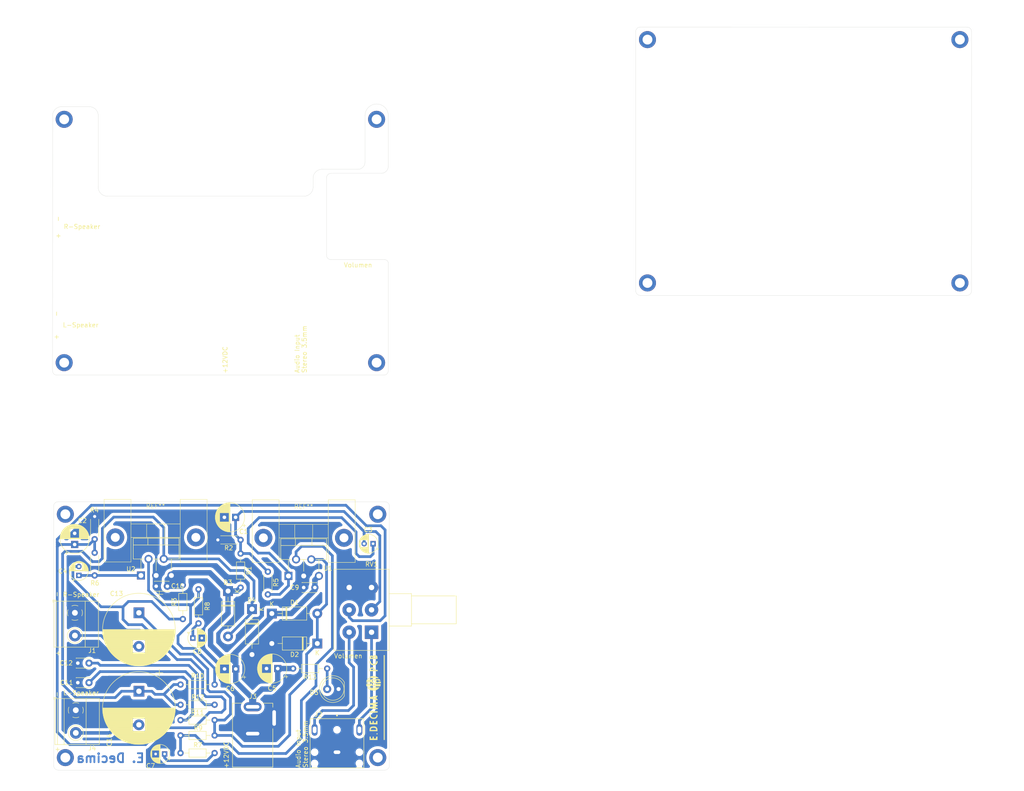
<source format=kicad_pcb>
(kicad_pcb (version 20240108) (generator "pcbnew") (generator_version "8.0")
  (title_block (title "AmplificadorTDA2030") (date "2024-11-20") (rev "V1.0") (company "Enrique Emanuel Decima"))
  (layers (0 "F.Cu" signal) (31 "B.Cu" signal) (34 "B.Paste" user) (35 "F.Paste" user) (36 "B.SilkS" user "B.Silkscreen") (37 "F.SilkS" user "F.Silkscreen") (38 "B.Mask" user) (39 "F.Mask" user) (44 "Edge.Cuts" user))
  (net 0 "")
  (net 1 "/R_Input")
  (net 2 "GND")
  (net 3 "/L_Input")
  (net 4 "Net-(U1-+)")
  (net 5 "Net-(U2-+)")
  (net 6 "/V+")
  (net 7 "Net-(C7-Pad1)")
  (net 8 "Net-(C8-Pad1)")
  (net 9 "Net-(C11-Pad2)")
  (net 10 "Net-(C12-Pad2)")
  (net 11 "/R_Output")
  (net 12 "Net-(D1-A)")
  (net 13 "Net-(D3-A)")
  (net 14 "/L_Output")
  (net 15 "Net-(U1--)")
  (net 16 "Net-(U2--)")
  (net 17 "Net-(J2-Pad3)")
  (net 18 "Net-(J2-Pad2)")
  (net 19 "Net-(D5-A)")
  (footprint "Diode_THT:D_DO-41_SOD81_P10.16mm_Horizontal" (layer "F.Cu") (at 81.4 144.68 -90)
    (property "Reference" "D3")
    (property "Value" "1N4001")
  )
  (footprint "Resistor_THT:R_Axial_DIN0204_L3.6mm_D1.6mm_P7.62mm_Horizontal" (layer "F.Cu") (at 78.4 170.1 180)
    (property "Reference" "R12")
    (property "Value" "1R")
  )
  (footprint "Diode_THT:D_DO-41_SOD81_P10.16mm_Horizontal" (layer "F.Cu") (at 86.75 148.72 -90)
    (property "Reference" "D4")
    (property "Value" "1N4001")
  )
  (footprint "Capacitor_THT:C_Disc_D3.0mm_W2.0mm_P2.50mm" (layer "F.Cu") (at 47.835 160.796666)
    (property "Reference" "C12")
    (property "Value" "220nF")
  )
  (footprint "Capacitor_THT:CP_Radial_D4.0mm_P2.00mm" (layer "F.Cu") (at 113.8026 134.1 180)
    (property "Reference" "C3")
    (property "Value" "1uF")
  )
  (footprint "Capacitor_THT:C_Disc_D3.0mm_W2.0mm_P2.50mm" (layer "F.Cu") (at 98.3 143.9)
    (property "Reference" "C9")
    (property "Value" "100nF")
  )
  (footprint "Capacitor_THT:CP_Radial_D6.3mm_P2.50mm" (layer "F.Cu") (at 83.12238 162.1 180)
    (property "Reference" "C6")
    (property "Value" "100uF")
  )
  (footprint "Capacitor_THT:CP_Radial_D16.0mm_P7.50mm" (layer "F.Cu") (at 61.49 149.55 -90)
    (property "Reference" "C13")
    (property "Value" "2200uF")
  )
  (footprint "Resistor_THT:R_Axial_DIN0204_L3.6mm_D1.6mm_P5.08mm_Horizontal" (layer "F.Cu") (at 51.6 128.01238 -90)
    (property "Reference" "R4")
    (property "Value" "100K")
  )
  (footprint "Resistor_THT:R_Axial_DIN0204_L3.6mm_D1.6mm_P5.08mm_Horizontal" (layer "F.Cu") (at 79.12 133.25)
    (property "Reference" "R2")
    (property "Value" "100K")
  )
  (footprint "" (layer "F.Cu") (at 44.79 93.63)
    (property "Reference" "")
    (property "Value" "")
  )
  (footprint "Potentiometer_THT:Potentiometer_Alps_RK163_Dual_Horizontal" (layer "F.Cu") (at 113.46 153.89 180)
    (property "Reference" "RV1")
    (property "Value" "A50K")
  )
  (footprint "" (layer "F.Cu") (at 175.106446 75.805)
    (property "Reference" "")
    (property "Value" "")
  )
  (footprint "DC-005 - Connector Alimentacion:NINIGI_DC-005" (layer "F.Cu") (at 86.9 173.06 90)
    (property "Reference" "J3")
    (property "Value" "DC-005")
  )
  (footprint "Resistor_THT:R_Axial_DIN0204_L3.6mm_D1.6mm_P5.08mm_Horizontal" (layer "F.Cu") (at 90.3 140.36 -90)
    (property "Reference" "R5")
    (property "Value" "100K")
  )
  (footprint "MountingHole:MountingHole_2.2mm_M2_DIN965_Pad" (layer "F.Cu") (at 114.85 181.92)
    (property "Reference" "REF**" (hide yes))
    (property "Value" "MountingHole_2.2mm_M2_DIN965_Pad")
  )
  (footprint "FootPrints-Symbols:Disipador3d" (layer "F.Cu") (at 98.3 130.79)
    (property "Reference" "REF**")
    (property "Value" "Disipador3d")
  )
  (footprint "Resistor_THT:R_Axial_DIN0204_L3.6mm_D1.6mm_P7.62mm_Horizontal" (layer "F.Cu") (at 103.55 162.01 180)
    (property "Reference" "R13")
    (property "Value" "820R")
  )
  (footprint "Capacitor_THT:C_Disc_D3.0mm_W2.0mm_P2.50mm" (layer "F.Cu") (at 65.3405 143.61)
    (property "Reference" "C10")
    (property "Value" "100nF")
  )
  (footprint "TerminalBlock_Phoenix:TerminalBlock_Phoenix_MKDS-1,5-2-5.08_1x02_P5.08mm_Horizontal" (layer "F.Cu") (at 47.185 149.55 -90)
    (property "Reference" "J1")
    (property "Value" "R_Speaker")
  )
  (footprint "FootPrints-Symbols:Disipador3d" (layer "F.Cu") (at 65.21 130.69)
    (property "Reference" "REF**")
    (property "Value" "Disipador3d")
  )
  (footprint "Resistor_THT:R_Axial_DIN0204_L3.6mm_D1.6mm_P7.62mm_Horizontal" (layer "F.Cu") (at 70.78 165.59)
    (property "Reference" "R10")
    (property "Value" "150K")
  )
  (footprint "Capacitor_THT:CP_Radial_D6.3mm_P2.50mm" (layer "F.Cu") (at 83.08238 128.2 180)
    (property "Reference" "C1")
    (property "Value" "22uF")
  )
  (footprint "Resistor_THT:R_Axial_DIN0204_L3.6mm_D1.6mm_P7.62mm_Horizontal" (layer "F.Cu") (at 74.8 151.91 90)
    (property "Reference" "R8")
    (property "Value" "4K7")
  )
  (footprint "MountingHole:MountingHole_2.2mm_M2_DIN965_Pad" (layer "F.Cu") (at 114.59 39.23)
    (property "Reference" "REF**" (hide yes))
    (property "Value" "MountingHole_2.2mm_M2_DIN965_Pad")
  )
  (footprint "Resistor_THT:R_Axial_DIN0204_L3.6mm_D1.6mm_P7.62mm_Horizontal" (layer "F.Cu") (at 71.3 150.95 90)
    (property "Reference" "R3")
    (property "Value" "100K")
  )
  (footprint "Logo_Image:Logo1_Decima 30mm" (layer "F.Cu") (at 114.26 168.54 90)
    (property "Reference" "G***" (hide yes))
    (property "Value" "LOGO" (hide yes))
  )
  (footprint "MountingHole:MountingHole_2.2mm_M2_DIN965_Pad" (layer "F.Cu") (at 45.05 127.52)
    (property "Reference" "REF**" (hide yes))
    (property "Value" "MountingHole_2.2mm_M2_DIN965_Pad")
  )
  (footprint "MountingHole:MountingHole_2.2mm_M2_DIN965_Pad" (layer "F.Cu") (at 244.906446 75.805)
    (property "Reference" "REF**" (hide yes))
    (property "Value" "MountingHole_2.2mm_M2_DIN965_Pad")
  )
  (footprint "" (layer "F.Cu") (at 45.05 181.92)
    (property "Reference" "")
    (property "Value" "")
  )
  (footprint "MountingHole:MountingHole_2.2mm_M2_DIN965_Pad" (layer "F.Cu") (at 44.79 39.23)
    (property "Reference" "REF**" (hide yes))
    (property "Value" "MountingHole_2.2mm_M2_DIN965_Pad")
  )
  (footprint "Resistor_THT:R_Axial_DIN0204_L3.6mm_D1.6mm_P7.62mm_Horizontal" (layer "F.Cu") (at 70.78 173.533333)
    (property "Reference" "R11")
    (property "Value" "1R")
  )
  (footprint "Resistor_THT:R_Axial_DIN0204_L3.6mm_D1.6mm_P7.62mm_Horizontal" (layer "F.Cu") (at 78.4 180.9 180)
    (property "Reference" "R7")
    (property "Value" "4K7")
  )
  (footprint "Capacitor_THT:CP_Radial_D6.3mm_P2.50mm" (layer "F.Cu") (at 92.5 162.01 180)
    (property "Reference" "C5")
    (property "Value" "100uF")
  )
  (footprint "MountingHole:MountingHole_2.2mm_M2_DIN965_Pad" (layer "F.Cu") (at 114.85 127.52)
    (property "Reference" "REF**" (hide yes))
    (property "Value" "MountingHole_2.2mm_M2_DIN965_Pad")
  )
  (footprint "Package_TO_SOT_THT:TO-220-5_P3.4x3.7mm_StaggerOdd_Lead3.8mm_Vertical" (layer "F.Cu") (at 94.9 141.31)
    (property "Reference" "U1")
    (property "Value" "TDA2030")
  )
  (footprint "Resistor_THT:R_Axial_DIN0204_L3.6mm_D1.6mm_P7.62mm_Horizontal" (layer "F.Cu") (at 78.4 176.966666 180)
    (property "Reference" "R9")
    (property "Value" "150K")
  )
  (footprint "Resistor_THT:R_Axial_DIN0204_L3.6mm_D1.6mm_P5.08mm_Horizontal" (layer "F.Cu") (at 51.6 136.12 -90)
    (property "Reference" "R6")
    (property "Value" "100K")
  )
  (footprint "TerminalBlock_Phoenix:TerminalBlock_Phoenix_MKDS-1,5-2-5.08_1x02_P5.08mm_Horizontal" (layer "F.Cu") (at 47.385 171.32 -90)
    (property "Reference" "J4")
    (property "Value" "L_Speaker")
  )
  (footprint "Capacitor_THT:CP_Radial_D16.0mm_P7.50mm" (layer "F.Cu") (at 61.49 167.087246 -90)
    (property "Reference" "C14")
    (property "Value" "2200uF")
  )
  (footprint "Resistor_THT:R_Axial_DIN0204_L3.6mm_D1.6mm_P7.62mm_Horizontal" (layer "F.Cu") (at 84.2 136.3 -90)
    (property "Reference" "R1")
    (property "Value" "100K")
  )
  (footprint "MountingHole:MountingHole_2.2mm_M2_DIN965_Pad" (layer "F.Cu") (at 114.59 93.63)
    (property "Reference" "REF**" (hide yes))
    (property "Value" "MountingHole_2.2mm_M2_DIN965_Pad")
  )
  (footprint "Capacitor_THT:C_Disc_D3.0mm_W2.0mm_P2.50mm" (layer "F.Cu") (at 47.835 165.163332)
    (property "Reference" "C11")
    (property "Value" "220nF")
  )
  (footprint "MountingHole:MountingHole_2.2mm_M2_DIN965_Pad" (layer "F.Cu") (at 175.106446 21.405)
    (property "Reference" "REF**" (hide yes))
    (property "Value" "MountingHole_2.2mm_M2_DIN965_Pad")
  )
  (footprint "MountingHole:MountingHole_2.2mm_M2_DIN965_Pad" (layer "F.Cu") (at 244.906446 21.405)
    (property "Reference" "REF**" (hide yes))
    (property "Value" "MountingHole_2.2mm_M2_DIN965_Pad")
  )
  (footprint "LED_THT:LED_D5.0mm" (layer "F.Cu") (at 106.09 166.6 180)
    (property "Reference" "D5")
    (property "Value" "LED")
  )
  (footprint "Capacitor_THT:CP_Radial_D4.0mm_P2.00mm" (layer "F.Cu") (at 48.075 141.1976 90)
    (property "Reference" "C4")
    (property "Value" "1uF")
  )
  (footprint "Capacitor_THT:CP_Radial_D4.0mm_P2.00mm" (layer "F.Cu") (at 67.2226 181.11 180)
    (property "Reference" "C7")
    (property "Value" "2uF")
  )
  (footprint "Capacitor_THT:CP_Radial_D4.0mm_P2.00mm" (layer "F.Cu") (at 73.54 155.2)
    (property "Reference" "C8")
    (property "Value" "2uF")
  )
  (footprint "Diode_THT:D_DO-41_SOD81_P10.16mm_Horizontal" (layer "F.Cu") (at 91.18 149.71)
    (property "Reference" "D1")
    (property "Value" "1N4001")
  )
  (footprint "Diode_THT:D_DO-41_SOD81_P10.16mm_Horizontal" (layer "F.Cu") (at 101.34 156.41 180)
    (property "Reference" "D2")
    (property "Value" "1N4001")
  )
  (footprint "Package_TO_SOT_THT:TO-220-5_P3.4x3.7mm_StaggerOdd_Lead3.8mm_Vertical" (layer "F.Cu") (at 61.9405 141.2)
    (property "Reference" "U2")
    (property "Value" "TDA2030")
  )
  (footprint "Capacitor_THT:CP_Radial_D6.3mm_P2.50mm" (layer "F.Cu") (at 47.13 134.28 90)
    (property "Reference" "C2")
    (property "Value" "22uF")
  )
  (footprint "SJ1-3523N:CUI_SJ1-3523N" (layer "F.Cu") (at 105.74 180.71)
    (property "Reference" "J2")
    (property "Value" "SJ1-3523N")
  )
  (gr_poly (pts (xy 69.4 140.4) (xy 67.9 142.1) (xy 67.9 143.4) (xy 71.3 143.4) (xy 71.3 140.9)) (stroke (width 0.2)) (fill solid) (layer "B.Cu") (net 6))
  (gr_poly (pts (xy 75.78 152.85) (xy 75.92 152.69) (xy 76.02 152.53) (xy 76.06 152.42) (xy 76.11 152.27) (xy 76.14 152.13) (xy 76.57 152.33) (xy 76.69 152.56) (xy 76.6 152.66) (xy 76.51 152.75) (xy 76.45 152.82) (xy 76.4 152.9) (xy 76.33 153.08) (xy 76.27 153.25) (xy 75.95 153.14)) (stroke (width 0.01)) (fill solid) (layer "B.Cu") (net 2))
  (gr_line (start 112.00005 48.8) (end 112 38.4) (stroke (width 0.05)) (layer "Edge.Cuts"))
  (gr_arc (start 43.18 96.419999) (mid 42.467148 96.132861) (end 42.18003 95.420001) (stroke (width 0.05)) (layer "Edge.Cuts"))
  (gr_line (start 117.2 38.4) (end 117.2 49.707107) (stroke (width 0.05)) (layer "Edge.Cuts"))
  (gr_line (start 115.6 51.307107) (end 104.4 51.307107) (stroke (width 0.05)) (layer "Edge.Cuts"))
  (gr_arc (start 43.44 184.71) (mid 42.732893 184.417107) (end 42.44 183.71) (stroke (width 0.05)) (layer "Edge.Cuts"))
  (gr_line (start 52.4 38.4) (end 52.4 54.4) (stroke (width 0.05)) (layer "Edge.Cuts"))
  (gr_line (start 42.18 95.42) (end 42.2 38.4) (stroke (width 0.05)) (layer "Edge.Cuts"))
  (gr_line (start 116.44 184.71) (end 43.44 184.71) (stroke (width 0.05)) (layer "Edge.Cuts"))
  (gr_arc (start 42.437107 125.71) (mid 42.730001 125.002896) (end 43.437107 124.71) (stroke (width 0.05)) (layer "Edge.Cuts"))
  (gr_line (start 172.496446 77.595) (end 172.493553 19.595) (stroke (width 0.05)) (layer "Edge.Cuts"))
  (gr_line (start 103.4 52.307107) (end 103.400001 69.6) (stroke (width 0.05)) (layer "Edge.Cuts"))
  (gr_arc (start 246.506446 18.605) (mid 247.213553 18.897893) (end 247.506446 19.605) (stroke (width 0.05)) (layer "Edge.Cuts"))
  (gr_line (start 247.506446 19.605) (end 247.496446 77.595) (stroke (width 0.05)) (layer "Edge.Cuts"))
  (gr_arc (start 173.496446 78.595) (mid 172.789339 78.302107) (end 172.496446 77.595) (stroke (width 0.05)) (layer "Edge.Cuts"))
  (gr_line (start 173.493553 18.595) (end 246.506446 18.605) (stroke (width 0.05)) (layer "Edge.Cuts"))
  (gr_arc (start 50.4 36.4) (mid 51.814214 36.985786) (end 52.4 38.4) (stroke (width 0.05)) (layer "Edge.Cuts"))
  (gr_line (start 100.4 54.4) (end 100.4 52.4) (stroke (width 0.05)) (layer "Edge.Cuts"))
  (gr_arc (start 103.4 52.307107) (mid 103.692893 51.6) (end 104.4 51.307107) (stroke (width 0.05)) (layer "Edge.Cuts"))
  (gr_line (start 117.176115 71.205971) (end 117.179999 95.42) (stroke (width 0.05)) (layer "Edge.Cuts"))
  (gr_arc (start 117.44 183.71) (mid 117.147107 184.417107) (end 116.44 184.71) (stroke (width 0.05)) (layer "Edge.Cuts"))
  (gr_arc (start 100.4 52.4) (mid 100.985786 50.985786) (end 102.4 50.4) (stroke (width 0.05)) (layer "Edge.Cuts"))
  (gr_line (start 102.4 50.4) (end 110.4 50.4) (stroke (width 0.05)) (layer "Edge.Cuts"))
  (gr_arc (start 117.179999 95.42) (mid 116.893144 96.13338) (end 116.179985 96.420782) (stroke (width 0.05)) (layer "Edge.Cuts"))
  (gr_arc (start 42.2 38.4) (mid 42.785786 36.985786) (end 44.2 36.4) (stroke (width 0.05)) (layer "Edge.Cuts"))
  (gr_line (start 54.4 56.4) (end 98.4 56.4) (stroke (width 0.05)) (layer "Edge.Cuts"))
  (gr_arc (start 112 38.4) (mid 114.6 35.8) (end 117.2 38.4) (stroke (width 0.05)) (layer "Edge.Cuts"))
  (gr_line (start 246.496446 78.595) (end 173.496446 78.595) (stroke (width 0.05)) (layer "Edge.Cuts"))
  (gr_arc (start 172.493553 19.595) (mid 172.786448 18.887895) (end 173.493553 18.595) (stroke (width 0.05)) (layer "Edge.Cuts"))
  (gr_arc (start 112 48.8) (mid 111.531371 49.931371) (end 110.4 50.4) (stroke (width 0.05)) (layer "Edge.Cuts"))
  (gr_arc (start 116.45 124.72) (mid 117.157107 125.012893) (end 117.45 125.72) (stroke (width 0.05)) (layer "Edge.Cuts"))
  (gr_arc (start 116.4 70.599999) (mid 116.89233 70.769435) (end 117.176115 71.205971) (stroke (width 0.05)) (layer "Edge.Cuts"))
  (gr_line (start 42.44 183.71) (end 42.437107 125.71) (stroke (width 0.05)) (layer "Edge.Cuts"))
  (gr_line (start 104.4 70.599999) (end 116.4 70.599999) (stroke (width 0.05)) (layer "Edge.Cuts"))
  (gr_line (start 117.45 125.72) (end 117.44 183.71) (stroke (width 0.05)) (layer "Edge.Cuts"))
  (gr_arc (start 104.4 70.599999) (mid 103.692894 70.307106) (end 103.400001 69.6) (stroke (width 0.05)) (layer "Edge.Cuts"))
  (gr_arc (start 100.4 54.4) (mid 99.814214 55.814214) (end 98.4 56.4) (stroke (width 0.05)) (layer "Edge.Cuts"))
  (gr_line (start 116.18 96.42) (end 43.18 96.42) (stroke (width 0.05)) (layer "Edge.Cuts"))
  (gr_line (start 44.2 36.4) (end 50.4 36.4) (stroke (width 0.05)) (layer "Edge.Cuts"))
  (gr_line (start 43.437107 124.71) (end 116.45 124.72) (stroke (width 0.05)) (layer "Edge.Cuts"))
  (gr_arc (start 247.496446 77.595) (mid 247.203553 78.302107) (end 246.496446 78.595) (stroke (width 0.05)) (layer "Edge.Cuts"))
  (gr_arc (start 117.2 49.707107) (mid 116.731371 50.838478) (end 115.6 51.307107) (stroke (width 0.05)) (layer "Edge.Cuts"))
  (gr_arc (start 54.4 56.4) (mid 52.985786 55.814214) (end 52.4 54.4) (stroke (width 0.05)) (layer "Edge.Cuts"))
  (gr_text "E. Decima" (at 62.94 183.21 0) (layer "B.Cu") (effects (font (size 2 2) (thickness 0.4) (bold yes)) (justify left bottom mirror)))
  (gr_text "Audio Input\nStereo 3.5mm" (at 99.3 184.3 90) (layer "F.SilkS") (effects (font (size 1 1)) (justify left bottom)))
  (gr_text "+12VDC" (at 81.6 184.4 90) (layer "F.SilkS") (effects (font (size 1 1)) (justify left bottom)))
  (gr_text "Volumen" (at 107.2 72.4 0) (layer "F.SilkS") (effects (font (size 1 1)) (justify left bottom)))
  (gr_text "+" (at 42.74 159.11 0) (layer "F.SilkS") (effects (font (size 1 1)) (justify left bottom)))
  (gr_text "L-Speaker" (at 44.4 85.8 0) (layer "F.SilkS") (effects (font (size 1 1)) (justify left bottom)))
  (gr_text "Volumen" (at 105.01 159.79 0) (layer "F.SilkS") (effects (font (size 1 1)) (justify left bottom)))
  (gr_text "+" (at 42.4 88.4 0) (layer "F.SilkS") (effects (font (size 1 1)) (justify left bottom)))
  (gr_text "-" (at 43.6 83.4 90) (layer "F.SilkS") (effects (font (size 1 1)) (justify left bottom)))
  (gr_text "-" (at 43.74 146.11 90) (layer "F.SilkS") (effects (font (size 1 1)) (justify left bottom)))
  (gr_text "+12VDC" (at 81.34 96.11 90) (layer "F.SilkS") (effects (font (size 1 1)) (justify left bottom)))
  (gr_text "+" (at 42.8 65.8 0) (layer "F.SilkS") (effects (font (size 1 1)) (justify left bottom)))
  (gr_text "-" (at 43.74 168.48 90) (layer "F.SilkS") (effects (font (size 1 1)) (justify left bottom)))
  (gr_text "+" (at 42.6 180.6 0) (layer "F.SilkS") (effects (font (size 1 1)) (justify left bottom)))
  (gr_text "R-Speaker" (at 44.39 146.06 0) (layer "F.SilkS") (effects (font (size 1 1)) (justify left bottom)))
  (gr_text "-" (at 44 62.2 90) (layer "F.SilkS") (effects (font (size 1 1)) (justify left bottom)))
  (gr_text "Audio Input\nStereo 3.5mm" (at 99.04 96.01 90) (layer "F.SilkS") (effects (font (size 1 1)) (justify left bottom)))
  (gr_text "L-Speaker" (at 44.485238 168.04 0) (layer "F.SilkS") (effects (font (size 1 1)) (justify left bottom)))
  (gr_text "R-Speaker" (at 44.6 63.8 0) (layer "F.SilkS") (effects (font (size 1 1)) (justify left bottom)))
  (segment (start 84.38988 126.8925) (end 83.08238 128.2) (width 0.6) (layer "B.Cu") (net 1))
  (segment (start 84.2 136.3) (end 84.2 133.25) (width 0.6) (layer "B.Cu") (net 1))
  (segment (start 90.3 140.36) (end 86.24 136.3) (width 0.6) (layer "B.Cu") (net 1))
  (segment (start 114.41 131.39) (end 112.61 131.39) (width 0.6) (layer "B.Cu") (net 1))
  (segment (start 107.3125 126.8925) (end 84.38988 126.8925) (width 0.6) (layer "B.Cu") (net 1))
  (segment (start 115.31 147.04) (end 115.31 132.29) (width 0.6) (layer "B.Cu") (net 1))
  (segment (start 111.4826 131.0626) (end 111.06 130.64) (width 0.6) (layer "B.Cu") (net 1))
  (segment (start 111.81 131.79) (end 111.8026 131.7974) (width 0.6) (layer "B.Cu") (net 1))
  (segment (start 111.8026 131.7974) (end 111.8026 134.1) (width 0.6) (layer "B.Cu") (net 1))
  (segment (start 111.81 131.39) (end 111.81 131.79) (width 0.6) (layer "B.Cu") (net 1))
  (segment (start 83.08238 128.2) (end 83.08238 132.13238) (width 0.6) (layer "B.Cu") (net 1))
  (segment (start 111.06 130.64) (end 107.3125 126.8925) (width 0.6) (layer "B.Cu") (net 1))
  (segment (start 86.24 136.3) (end 84.2 136.3) (width 0.6) (layer "B.Cu") (net 1))
  (segment (start 83.1 128.21762) (end 83.08238 128.2) (width 0.6) (layer "B.Cu") (net 1))
  (segment (start 113.46 148.89) (end 115.31 147.04) (width 0.6) (layer "B.Cu") (net 1))
  (segment (start 111.06 130.64) (end 111.81 131.39) (width 0.6) (layer "B.Cu") (net 1))
  (segment (start 115.31 132.29) (end 114.41 131.39) (width 0.6) (layer "B.Cu") (net 1))
  (segment (start 111.81 131.39) (end 112.61 131.39) (width 0.6) (layer "B.Cu") (net 1))
  (segment (start 83.08238 132.13238) (end 84.2 133.25) (width 0.6) (layer "B.Cu") (net 1))
  (segment (start 71.4 171.8) (end 68.6 171.8) (width 0.5) (layer "B.Cu") (net 2))
  (segment (start 56.15 139.45) (end 50.775 139.45) (width 0.5) (layer "B.Cu") (net 2))
  (segment (start 73.025 144.55) (end 71.625 145.95) (width 0.5) (layer "B.Cu") (net 2))
  (segment (start 49 167.1) (end 51.6 167.1) (width 0.5) (layer "B.Cu") (net 2))
  (segment (start 74.1 142.525) (end 73.025 143.6) (width 0.5) (layer "B.Cu") (net 2))
  (segment (start 48.275 136.95) (end 45.605 136.95) (width 0.5) (layer "B.Cu") (net 2))
  (segment (start 77.4 143.975) (end 75.95 142.525) (width 0.5) (layer "B.Cu") (net 2))
  (segment (start 51.6 167.1) (end 54.8 163.9) (width 0.5) (layer "B.Cu") (net 2))
  (segment (start 75.95 142.525) (end 74.1 142.525) (width 0.5) (layer "B.Cu") (net 2))
  (segment (start 68.12 171.32) (end 47.385 171.32) (width 0.5) (layer "B.Cu") (net 2))
  (segment (start 72.25 170.95) (end 71.4 171.8) (width 0.5) (layer "B.Cu") (net 2))
  (segment (start 60.32 135.28) (end 56.15 139.45) (width 0.5) (layer "B.Cu") (net 2))
  (segment (start 75.54 153.36) (end 75.54 155.2) (width 0.2) (layer "B.Cu") (net 2))
  (segment (start 67.425 145.95) (end 65.3405 143.8655) (width 0.5) (layer "B.Cu") (net 2))
  (segment (start 54.8 163.9) (end 71.4 163.9) (width 0.5) (layer "B.Cu") (net 2))
  (segment (start 45.59 136.965) (end 45.59 147.955) (width 0.5) (layer "B.Cu") (net 2))
  (segment (start 72.25 164.75) (end 72.25 170.95) (width 0.5) (layer "B.Cu") (net 2))
  (segment (start 77.4 151.5) (end 75.54 153.36) (width 0.2) (layer "B.Cu") (net 2))
  (segment (start 68.6 171.8) (end 68.12 171.32) (width 0.5) (layer "B.Cu") (net 2))
  (segment (start 65.3405 141.2) (end 65.3405 143.61) (width 1.2) (layer "B.Cu") (net 2))
  (segment (start 65.3405 136.4405) (end 64.18 135.28) (width 0.5) (layer "B.Cu") (net 2))
  (segment (start 65.3405 143.8655) (end 65.3405 143.61) (width 0.5) (layer "B.Cu") (net 2))
  (segment (start 47.835 165.935) (end 49 167.1) (width 0.5) (layer "B.Cu") (net 2))
  (segment (start 47.835 165.163332) (end 47.835 165.935) (width 0.5) (layer "B.Cu") (net 2))
  (segment (start 71.4 163.9) (end 72.25 164.75) (width 0.5) (layer "B.Cu") (net 2))
  (segment (start 98.3 143.9) (end 98.3 141.31) (width 1.2) (layer "B.Cu") (net 2))
  (segment (start 73.025 143.6) (end 73.025 144.55) (width 0.5) (layer "B.Cu") (net 2))
  (segment (start 77.4 151.5) (end 77.4 143.975) (width 0.5) (layer "B.Cu") (net 2))
  (segment (start 50.775 139.45) (end 48.275 136.95) (width 0.5) (layer "B.Cu") (net 2))
  (segment (start 65.3405 141.2) (end 65.3405 136.4405) (width 0.5) (layer "B.Cu") (net 2))
  (segment (start 45.59 147.955) (end 47.185 149.55) (width 0.5) (layer "B.Cu") (net 2))
  (segment (start 45.605 136.95) (end 45.59 136.965) (width 0.5) (layer "B.Cu") (net 2))
  (segment (start 71.625 145.95) (end 67.425 145.95) (width 0.5) (layer "B.Cu") (net 2))
  (segment (start 64.18 135.28) (end 60.32 135.28) (width 0.5) (layer "B.Cu") (net 2))
  (segment (start 73.816667 175.249999) (end 66.75 175.249999) (width 0.6) (layer "B.Cu") (net 3))
  (segment (start 53.04 148.21) (end 46.74 141.91) (width 0.6) (layer "B.Cu") (net 3))
  (segment (start 47.2024 139.1976) (end 48.075 139.1976) (width 0.6) (layer "B.Cu") (net 3))
  (segment (start 43.73 134.28) (end 43.24 134.77) (width 0.6) (layer "B.Cu") (net 3))
  (segment (start 43.24 134.29) (end 43.24 133.78) (width 0.6) (layer "B.Cu") (net 3))
  (segment (start 70.01 160.01) (end 73.09 160.01) (width 0.6) (layer "B.Cu") (net 3))
  (segment (start 68.28 150.95) (end 71.3 150.95) (width 0.6) (layer "B.Cu") (net 3))
  (segment (start 46.74 139.66) (end 47.2024 139.1976) (width 0.6) (layer "B.Cu") (net 3))
  (segment (start 43.24 176.21) (end 43.24 134.77) (width 0.6) (layer "B.Cu") (net 3))
  (segment (start 57.94 148.21) (end 57.94 151.04) (width 0.6) (layer "B.Cu") (net 3))
  (segment (start 75.726663 167.564163) (end 76.4725 168.31) (width 0.6) (layer "B.Cu") (net 3))
  (segment (start 43.24 133.12) (end 43.24 133.78) (width 0.6) (layer "B.Cu") (net 3))
  (segment (start 79.95 171.816666) (end 77.25 171.816666) (width 0.6) (layer "B.Cu") (net 3))
  (segment (start 64.34 147.01) (end 68.28 150.95) (width 0.6) (layer "B.Cu") (net 3))
  (segment (start 43.74 134.28) (end 43.24 133.78) (width 0.6) (layer "B.Cu") (net 3))
  (segment (start 44.44 134.28) (end 43.74 134.28) (width 0.6) (layer "B.Cu") (net 3))
  (segment (start 79.95 171.8) (end 79.95 171.816666) (width 0.6) (layer "B.Cu") (net 3))
  (segment (start 77.25 171.816666) (end 73.816667 175.249999) (width 0.6) (layer "B.Cu") (net 3))
  (segment (start 80.7 171.05) (end 79.95 171.8) (width 0.6) (layer "B.Cu") (net 3))
  (segment (start 50.85 125.51) (end 43.24 133.12) (width 0.6) (layer "B.Cu") (net 3))
  (segment (start 108.46 148.89) (end 108.46 150.54) (width 0.6) (layer "B.Cu") (net 3))
  (segment (start 51.6 136.12) (end 51.6 133.09238) (width 0.6) (layer "B.Cu") (net 3))
  (segment (start 46.74 141.91) (end 46.74 139.66) (width 0.6) (layer "B.Cu") (net 3))
  (segment (start 47.13 134.28) (end 44.44 134.28) (width 0.6) (layer "B.Cu") (net 3))
  (segment (start 75.726663 162.646663) (end 75.726663 167.564163) (width 0.6) (layer "B.Cu") (net 3))
  (segment (start 57.94 148.21) (end 53.04 148.21) (width 0.6) (layer "B.Cu") (net 3))
  (segment (start 62.2 152.2) (end 70.01 160.01) (width 0.6) (layer "B.Cu") (net 3))
  (segment (start 59.1 152.2) (end 62.2 152.2) (width 0.6) (layer "B.Cu") (net 3))
  (segment (start 79.91 168.31) (end 80.7 169.1) (width 0.6) (layer "B.Cu") (net 3))
  (segment (start 66.75 175.249999) (end 63.51 178.49) (width 0.6) (layer "B.Cu") (net 3))
  (segment (start 50.41238 134.28) (end 51.6 133.09238) (width 0.6) (layer "B.Cu") (net 3))
  (segment (start 80.7 169.1) (end 80.7 171.05) (width 0.6) (layer "B.Cu") (net 3))
  (segment (start 44.44 134.28) (end 43.73 134.28) (width 0.6) (layer "B.Cu") (net 3))
  (segment (start 109.23 151.31) (end 115.39 151.31) (width 0.6) (layer "B.Cu") (net 3))
  (segment (start 116.49 131.02) (end 115.56 130.09) (width 0.6) (layer "B.Cu") (net 3))
  (segment (start 73.09 160.01) (end 75.726663 162.646663) (width 0.6) (layer "B.Cu") (net 3))
  (segment (start 115.39 151.31) (end 116.49 150.21) (width 0.6) (layer "B.Cu") (net 3))
  (segment (start 107.73 125.51) (end 50.85 125.51) (width 0.6) (layer "B.Cu") (net 3))
  (segment (start 108.46 150.54) (end 109.23 151.31) (width 0.6) (layer "B.Cu") (net 3))
  (segment (start 46.04 179.01) (end 43.24 176.21) (width 0.6) (layer "B.Cu") (net 3))
  (segment (start 116.49 150.21) (end 116.49 131.02) (width 0.6) (layer "B.Cu") (net 3))
  (segment (start 57.94 151.04) (end 59.1 152.2) (width 0.6) (layer "B.Cu") (net 3))
  (segment (start 112.31 130.09) (end 107.73 125.51) (width 0.6) (layer "B.Cu") (net 3))
  (segment (start 59.14 147.01) (end 64.34 147.01) (width 0.6) (layer "B.Cu") (net 3))
  (segment (start 43.24 134.77) (end 43.24 134.29) (width 0.6) (layer "B.Cu") (net 3))
  (segment (start 57.94 148.21) (end 59.14 147.01) (width 0.6) (layer "B.Cu") (net 3))
  (segment (start 47.13 134.28) (end 50.41238 134.28) (width 0.6) (layer "B.Cu") (net 3))
  (segment (start 63.51 178.49) (end 62.99 179.01) (width 0.6) (layer "B.Cu") (net 3))
  (segment (start 76.4725 168.31) (end 79.91 168.31) (width 0.6) (layer "B.Cu") (net 3))
  (segment (start 62.99 179.01) (end 46.04 179.01) (width 0.6) (layer "B.Cu") (net 3))
  (segment (start 115.56 130.09) (end 112.31 130.09) (width 0.6) (layer "B.Cu") (net 3))
  (segment (start 110.01 136.29) (end 110.71 136.99) (width 0.6) (layer "B.Cu") (net 4))
  (segment (start 85.91 130.69) (end 88.325 128.275) (width 0.6) (layer "B.Cu") (net 4))
  (segment (start 88.12 136.2) (end 85.91 133.99) (width 0.6) (layer "B.Cu") (net 4))
  (segment (start 90.6 136.2) (end 88.12 136.2) (width 0.6) (layer "B.Cu") (net 4))
  (segment (start 113.21 136.99) (end 113.8026 136.3974) (width 0.6) (layer "B.Cu") (net 4))
  (segment (start 110.71 136.99) (end 113.21 136.99) (width 0.6) (layer "B.Cu") (net 4))
  (segment (start 94.9 141.31) (end 94.9 140.5) (width 0.6) (layer "B.Cu") (net 4))
  (segment (start 92.96 145.44) (end 94.9 143.5) (width 0.6) (layer "B.Cu") (net 4))
  (segment (start 110.01 131.49) (end 110.01 136.29) (width 0.6) (layer "B.Cu") (net 4))
  (segment (start 94.9 140.5) (end 90.6 136.2) (width 0.6) (layer "B.Cu") (net 4))
  (segment (start 94.9 143.5) (end 94.9 141.31) (width 0.6) (layer "B.Cu") (net 4))
  (segment (start 90.3 145.44) (end 92.96 145.44) (width 0.6) (layer "B.Cu") (net 4))
  (segment (start 113.8026 136.3974) (end 113.8026 134.1) (width 0.6) (layer "B.Cu") (net 4))
  (segment (start 85.91 133.99) (end 85.91 130.69) (width 0.6) (layer "B.Cu") (net 4))
  (segment (start 88.325 128.275) (end 106.795 128.275) (width 0.6) (layer "B.Cu") (net 4))
  (segment (start 106.795 128.275) (end 110.01 131.49) (width 0.6) (layer "B.Cu") (net 4))
  (segment (start 51.6 141.2) (end 48.0774 141.2) (width 0.6) (layer "B.Cu") (net 5))
  (segment (start 48.0774 141.2) (end 48.075 141.1976) (width 0.6) (layer "B.Cu") (net 5))
  (segment (start 48.1524 141.2) (end 48.15 141.1976) (width 0.6) (layer "B.Cu") (net 5))
  (segment (start 51.6 141.2) (end 61.9405 141.2) (width 0.6) (layer "B.Cu") (net 5))
  (segment (start 90.9 166.6) (end 92.5 165) (width 1.2) (layer "B.Cu") (net 6))
  (segment (start 83.12238 160.8) (end 83.12238 160.3) (width 1.2) (layer "B.Cu") (net 6))
  (segment (start 100.8 143.9) (end 100.8 142.21) (width 1.2) (layer "B.Cu") (net 6))
  (segment (start 80.3 159.6) (end 77.5 156.8) (width 1.2) (layer "B.Cu") (net 6))
  (segment (start 83.12238 164.92238) (end 83.12238 162.1) (width 1.2) (layer "B.Cu") (net 6))
  (segment (start 70.2 140.6) (end 69.3405 140.6) (width 1.2) (layer "B.Cu") (net 6))
  (segment (start 83.12238 162.01) (end 82.91 162.01) (width 0.8) (layer "B.Cu") (net 6))
  (segment (start 81.4 149.625) (end 81.4 144.68) (width 1.2) (layer "B.Cu") (net 6))
  (segment (start 70.6 140.6) (end 70.2 140.6) (width 1.2) (layer "B.Cu") (net 6))
  (segment (start 69.3405 140.6) (end 68.7405 141.2) (width 1.2) (layer "B.Cu") (net 6))
  (segment (start 81.4 144.68) (end 77.32 140.6) (width 1.2) (layer "B.Cu") (net 6))
  (segment (start 81.9 159.6) (end 81.4 159.6) (width 1.2) (layer "B.Cu") (net 6))
  (segment (start 67.8405 143.61) (end 71.02 143.61) (width 1.2) (layer "B.Cu") (net 6))
  (segment (start 86.9 168.7) (end 89 166.6) (width 1.2) (layer "B.Cu") (net 6))
  (segment (start 83.12238 158.37762) (end 83.12238 159.22238) (width 1.2) (layer "B.Cu") (net 6))
  (segment (start 83.12238 159.22762) (end 83.12238 159.24238) (width 0.8) (layer "B.Cu") (net 6))
  (segment (start 81.92238 159.6) (end 83.12238 160.8) (width 1.2) (layer "B.Cu") (net 6))
  (segment (start 77.5 153.525) (end 81.4 149.625) (width 1.2) (layer "B.Cu") (net 6))
  (segment (start 86.9 168.7) (end 83.12238 164.92238) (width 1.2) (layer "B.Cu") (net 6))
  (segment (start 81.4 144.68) (end 83.44 144.68) (width 1.2) (layer "B.Cu") (net 6))
  (segment (start 86.9 170.56) (end 86.9 168.7) (width 1.6) (layer "B.Cu") (net 6))
  (segment (start 77.5 156.8) (end 77.5 153.525) (width 1.2) (layer "B.Cu") (net 6))
  (segment (start 100.8 142.21) (end 101.7 141.31) (width 1.2) (layer "B.Cu") (net 6))
  (segment (start 83.12238 162.01) (end 83.11 162.01) (width 0.8) (layer "B.Cu") (net 6))
  (segment (start 67.8405 143.61) (end 67.8405 142.1) (width 1.2) (layer "B.Cu") (net 6))
  (segment (start 83.12238 159.24238) (end 83.12238 159.22238) (width 0.8) (layer "B.Cu") (net 6))
  (segment (start 71.3 141.3) (end 70.6 140.6) (width 1.2) (layer "B.Cu") (net 6))
  (segment (start 81.4 159.6) (end 80.3 159.6) (width 1.2) (layer "B.Cu") (net 6))
  (segment (start 95.54 149.71) (end 91.18 149.71) (width 1.2) (layer "B.Cu") (net 6))
  (segment (start 100.8 144.45) (end 95.54 149.71) (width 1.2) (layer "B.Cu") (net 6))
  (segment (start 92.5 162.01) (end 95.93 162.01) (width 1.2) (layer "B.Cu") (net 6))
  (segment (start 81.9 159.6) (end 81.92238 159.6) (width 1.2) (layer "B.Cu") (net 6))
  (segment (start 83.12238 162.1) (end 83.12238 160.8) (width 1.2) (layer "B.Cu") (net 6))
  (segment (start 67.8405 142.1) (end 68.7405 141.2) (width 1.2) (layer "B.Cu") (net 6))
  (segment (start 72 140.6) (end 70.2 140.6) (width 1.2) (layer "B.Cu") (net 6))
  (segment (start 91.18 150.32) (end 83.12238 158.37762) (width 1.2) (layer "B.Cu") (net 6))
  (segment (start 71.3 141.3) (end 72 140.6) (width 1.2) (layer "B.Cu") (net 6))
  (segment (start 92.5 165) (end 92.5 162.01) (width 1.2) (layer "B.Cu") (net 6))
  (segment (start 83.1 159.22) (end 83.12238 159.24238) (width 0.8) (layer "B.Cu") (net 6))
  (segment (start 100.8 143.9) (end 100.8 144.45) (width 1.2) (layer "B.Cu") (net 6))
  (segment (start 89 166.6) (end 90.9 166.6) (width 1.2) (layer "B.Cu") (net 6))
  (segment (start 83.12238 158.37762) (end 81.9 159.6) (width 1.2) (layer "B.Cu") (net 6))
  (segment (start 77.32 140.6) (end 72 140.6) (width 1.2) (layer "B.Cu") (net 6))
  (segment (start 82.42238 159.6) (end 81.4 159.6) (width 1.2) (layer "B.Cu") (net 6))
  (segment (start 71.02 143.61) (end 71.3 143.33) (width 1.2) (layer "B.Cu") (net 6))
  (segment (start 91.18 149.71) (end 91.18 150.32) (width 1.2) (layer "B.Cu") (net 6))
  (segment (start 83.44 144.68) (end 84.2 143.92) (width 1.2) (layer "B.Cu") (net 6))
  (segment (start 71.3 143.33) (end 71.3 141.3) (width 1.2) (layer "B.Cu") (net 6))
  (segment (start 83.12238 160.3) (end 83.12238 159.22238) (width 1.2) (layer "B.Cu") (net 6))
  (segment (start 76.7 182.6) (end 67.875 182.6) (width 0.6) (layer "B.Cu") (net 7))
  (segment (start 78.4 180.9) (end 76.7 182.6) (width 0.6) (layer "B.Cu") (net 7))
  (segment (start 67.2226 181.9476) (end 67.2226 181.11) (width 0.6) (layer "B.Cu") (net 7))
  (segment (start 67.875 182.6) (end 67.2226 181.9476) (width 0.6) (layer "B.Cu") (net 7))
  (segment (start 74.8 151.91) (end 73.54 153.17) (width 0.6) (layer "B.Cu") (net 8))
  (segment (start 73.54 153.17) (end 73.54 155.2) (width 0.6) (layer "B.Cu") (net 8))
  (segment (start 52.8 162.7) (end 71.9 162.7) (width 0.6) (layer "B.Cu") (net 9))
  (segment (start 73.453331 172.186669) (end 72.106667 173.533333) (width 0.6) (layer "B.Cu") (net 9))
  (segment (start 72.106667 173.533333) (end 70.78 173.533333) (width 0.6) (layer "B.Cu") (net 9))
  (segment (start 71.9 162.7) (end 73.453331 164.253331) (width 0.6) (layer "B.Cu") (net 9))
  (segment (start 73.453331 164.253331) (end 73.453331 172.186669) (width 0.6) (layer "B.Cu") (net 9))
  (segment (start 50.336668 165.163332) (end 52.8 162.7) (width 0.6) (layer "B.Cu") (net 9))
  (segment (start 50.335 165.163332) (end 50.336668 165.163332) (width 0.6) (layer "B.Cu") (net 9))
  (segment (start 52.321666 160.796666) (end 50.335 160.796666) (width 0.6) (layer "B.Cu") (net 10))
  (segment (start 52.825 161.3) (end 52.321666 160.796666) (width 0.6) (layer "B.Cu") (net 10))
  (segment (start 74.589997 168.414997) (end 74.589997 163.259997) (width 0.6) (layer "B.Cu") (net 10))
  (segment (start 76.275 170.1) (end 74.589997 168.414997) (width 0.6) (layer "B.Cu") (net 10))
  (segment (start 74.589997 163.259997) (end 72.63 161.3) (width 0.6) (layer "B.Cu") (net 10))
  (segment (start 72.63 161.3) (end 52.825 161.3) (width 0.6) (layer "B.Cu") (net 10))
  (segment (start 78.4 170.1) (end 76.275 170.1) (width 0.6) (layer "B.Cu") (net 10))
  (segment (start 53.03 154.63) (end 55.45 157.05) (width 0.6) (layer "B.Cu") (net 11))
  (segment (start 47.185 154.63) (end 53.03 154.63) (width 0.6) (layer "B.Cu") (net 11))
  (segment (start 55.45 157.05) (end 61.49 157.05) (width 0.6) (layer "B.Cu") (net 11))
  (segment (start 98.95 158.8) (end 101.34 156.41) (width 0.6) (layer "B.Cu") (net 12))
  (segment (start 103.41 147.64) (end 103.41 138.51) (width 0.6) (layer "B.Cu") (net 12))
  (segment (start 80.616667 173.533333) (end 81.94 172.21) (width 0.6) (layer "B.Cu") (net 12))
  (segment (start 103.41 138.51) (end 102.51 137.61) (width 0.6) (layer "B.Cu") (net 12))
  (segment (start 92.628666 179.4) (end 95.178666 176.85) (width 0.6) (layer "B.Cu") (net 12))
  (segment (start 80.6 167.2) (end 77.35 167.2) (width 0.6) (layer "B.Cu") (net 12))
  (segment (start 101.34 156.41) (end 101.34 149.71) (width 0.6) (layer "B.Cu") (net 12))
  (segment (start 76.863329 162.133329) (end 73.53 158.8) (width 0.6) (layer "B.Cu") (net 12))
  (segment (start 82.166666 176.966666) (end 84.6 179.4) (width 0.6) (layer "B.Cu") (net 12))
  (segment (start 76.863329 166.713329) (end 76.863329 162.133329) (width 0.6) (layer "B.Cu") (net 12))
  (segment (start 84.6 179.4) (end 92.628666 179.4) (width 0.6) (layer "B.Cu") (net 12))
  (segment (start 95.178666 176.85) (end 95.178666 167.871334) (width 0.6) (layer "B.Cu") (net 12))
  (segment (start 81.94 172.21) (end 81.94 168.54) (width 0.6) (layer "B.Cu") (net 12))
  (segment (start 101.34 149.71) (end 103.41 147.64) (width 0.6) (layer "B.Cu") (net 12))
  (segment (start 78.4 173.533333) (end 80.616667 173.533333) (width 0.6) (layer "B.Cu") (net 12))
  (segment (start 81.94 168.54) (end 80.6 167.2) (width 0.6) (layer "B.Cu") (net 12))
  (segment (start 78.4 176.966666) (end 78.4 173.533333) (width 0.6) (layer "B.Cu") (net 12))
  (segment (start 78.4 176.966666) (end 82.166666 176.966666) (width 0.6) (layer "B.Cu") (net 12))
  (segment (start 73.53 158.8) (end 70.74 158.8) (width 0.6) (layer "B.Cu") (net 12))
  (segment (start 98.95 164.1) (end 98.95 158.8) (width 0.6) (layer "B.Cu") (net 12))
  (segment (start 95.178666 167.871334) (end 98.95 164.1) (width 0.6) (layer "B.Cu") (net 12))
  (segment (start 77.35 167.2) (end 76.863329 166.713329) (width 0.6) (layer "B.Cu") (net 12))
  (segment (start 70.74 158.8) (end 61.49 149.55) (width 0.6) (layer "B.Cu") (net 12))
  (segment (start 102.51 137.61) (end 100 137.61) (width 0.6) (layer "B.Cu") (net 12))
  (segment (start 55.85 128.15) (end 64.7 128.15) (width 0.6) (layer "B.Cu") (net 13))
  (segment (start 87.2 146.8) (end 86.75 147.25) (width 0.6) (layer "B.Cu") (net 13))
  (segment (start 65.075 167.775) (end 67.079492 167.775) (width 0.6) (layer "B.Cu") (net 13))
  (segment (start 81.12 154.86) (end 81.1 154.84) (width 0.6) (layer "B.Cu") (net 13))
  (segment (start 86.54 149.03) (end 86.75 148.82) (width 0.6) (layer "B.Cu") (net 13))
  (segment (start 44.44 136.36) (end 44.99 135.81) (width 0.6) (layer "B.Cu") (net 13))
  (segment (start 56.2 168.5) (end 47.4 168.5) (width 0.6) (layer "B.Cu") (net 13))
  (segment (start 67.077246 167.777246) (end 67.767246 167.087246) (width 0.6) (layer "B.Cu") (net 13))
  (segment (start 48.81 135.81) (end 51.1 138.1) (width 0.6) (layer "B.Cu") (net 13))
  (segment (start 61.49 167.087246) (end 64.387246 167.087246) (width 0.6) (layer "B.Cu") (net 13))
  (segment (start 86.75 148.32) (end 87 148.07) (width 0.6) (layer "B.Cu") (net 13))
  (segment (start 87.2 142.4) (end 87.2 146.8) (width 0.6) (layer "B.Cu") (net 13))
  (segment (start 52.6 138.1) (end 53.31 137.39) (width 0.6) (layer "B.Cu") (net 13))
  (segment (start 86.75 149.49) (end 86.75 148.72) (width 0.6) (layer "B.Cu") (net 13))
  (segment (start 67.079492 167.775) (end 67.767246 167.087246) (width 0.6) (layer "B.Cu") (net 13))
  (segment (start 84.9 140.1) (end 87.2 142.4) (width 0.6) (layer "B.Cu") (net 13))
  (segment (start 53.31 130.69) (end 55.85 128.15) (width 0.6) (layer "B.Cu") (net 13))
  (segment (start 57.612754 167.087246) (end 56.2 168.5) (width 0.6) (layer "B.Cu") (net 13))
  (segment (start 70.78 170.1) (end 69.4 170.1) (width 0.6) (layer "B.Cu") (net 13))
  (segment (start 81.9 140.1) (end 84.9 140.1) (width 0.6) (layer "B.Cu") (net 13))
  (segment (start 64.7 128.15) (end 67.0405 130.4905) (width 0.6) (layer "B.Cu") (net 13))
  (segment (start 61.49 167.087246) (end 57.612754 167.087246) (width 0.6) (layer "B.Cu") (net 13))
  (segment (start 69.4 170.1) (end 67.077246 167.777246) (width 0.6) (layer "B.Cu") (net 13))
  (segment (start 69.264492 165.59) (end 67.767246 167.087246) (width 0.6) (layer "B.Cu") (net 13))
  (segment (start 86.75 147.25) (end 86.75 148.72) (width 0.6) (layer "B.Cu") (net 13))
  (segment (start 86.51 149.06) (end 86.54 149.03) (width 0.6) (layer "B.Cu") (net 13))
  (segment (start 44.44 165.54) (end 44.44 136.36) (width 0.6) (layer "B.Cu") (net 13))
  (segment (start 70.78 165.59) (end 69.264492 165.59) (width 0.6) (layer "B.Cu") (net 13))
  (segment (start 79.3 137.5) (end 81.9 140.1) (width 0.6) (layer "B.Cu") (net 13))
  (segment (start 44.99 135.81) (end 48.81 135.81) (width 0.6) (layer "B.Cu") (net 13))
  (segment (start 86.75 149.19) (end 86.75 148.32) (width 0.6) (layer "B.Cu") (net 13))
  (segment (start 53.31 137.39) (end 53.31 130.69) (width 0.6) (layer "B.Cu") (net 13))
  (segment (start 47.4 168.5) (end 44.44 165.54) (width 0.6) (layer "B.Cu") (net 13))
  (segment (start 51.1 138.1) (end 52.6 138.1) (width 0.6) (layer "B.Cu") (net 13))
  (segment (start 64.387246 167.087246) (end 65.075 167.775) (width 0.6) (layer "B.Cu") (net 13))
  (segment (start 81.4 154.84) (end 86.75 149.49) (width 0.6) (layer "B.Cu") (net 13))
  (segment (start 67.0405 130.4905) (end 67.0405 137.5) (width 0.6) (layer "B.Cu") (net 13))
  (segment (start 67.0405 137.5) (end 79.3 137.5) (width 0.6) (layer "B.Cu") (net 13))
  (segment (start 47.385 176.4) (end 55 176.4) (width 0.8) (layer "B.Cu") (net 14))
  (segment (start 56.755 174.645) (end 61.49 174.645) (width 0.8) (layer "B.Cu") (net 14))
  (segment (start 55 176.4) (end 56.755 174.645) (width 0.8) (layer "B.Cu") (net 14))
  (segment (start 70.78 177.166666) (end 70.78 180.9) (width 0.6) (layer "B.Cu") (net 15))
  (segment (start 94.332333 181) (end 83.8 181) (width 0.6) (layer "B.Cu") (net 15))
  (segment (start 76.03 178.9) (end 74.096666 176.966666) (width 0.6) (layer "B.Cu") (net 15))
  (segment (start 101.05 165.886664) (end 97.782333 169.154331) (width 0.6) (layer "B.Cu") (net 15))
  (segment (start 81.7 178.9) (end 76.03 178.9) (width 0.6) (layer "B.Cu") (net 15))
  (segment (start 97.782333 169.154331) (end 97.782333 177.55) (width 0.6) (layer "B.Cu") (net 15))
  (segment (start 97.8 134.7) (end 102.62 134.7) (width 0.6) (layer "B.Cu") (net 15))
  (segment (start 83.8 181) (end 81.7 178.9) (width 0.6) (layer "B.Cu") (net 15))
  (segment (start 102.62 134.7) (end 104.71 136.79) (width 0.6) (layer "B.Cu") (net 15))
  (segment (start 96.6 135.9) (end 97.8 134.7) (width 0.6) (layer "B.Cu") (net 15))
  (segment (start 97.782333 177.55) (end 94.332333 181) (width 0.6) (layer "B.Cu") (net 15))
  (segment (start 104.71 136.79) (end 104.71 157.44) (width 0.6) (layer "B.Cu") (net 15))
  (segment (start 101.05 161.1) (end 101.05 165.886664) (width 0.6) (layer "B.Cu") (net 15))
  (segment (start 74.096666 176.966666) (end 70.78 176.966666) (width 0.6) (layer "B.Cu") (net 15))
  (segment (start 96.6 137.61) (end 96.6 135.9) (width 0.6) (layer "B.Cu") (net 15))
  (segment (start 104.71 157.44) (end 101.05 161.1) (width 0.6) (layer "B.Cu") (net 15))
  (segment (start 73.03 151.87) (end 73.03 148.07) (width 0.6) (layer "B.Cu") (net 16))
  (segment (start 66.83 147.73) (end 63.6405 144.5405) (width 0.6) (layer "B.Cu") (net 16))
  (segment (start 73.03 148.07) (end 72.69 147.73) (width 0.6) (layer "B.Cu") (net 16))
  (segment (start 74.8 146.3) (end 74.8 144.29) (width 0.6) (layer "B.Cu") (net 16))
  (segment (start 78.4 165.59) (end 78.4 161.97) (width 0.6) (layer "B.Cu") (net 16))
  (segment (start 63.6405 144.5405) (end 63.6405 137.5) (width 0.6) (layer "B.Cu") (net 16))
  (segment (start 73.03 148.07) (end 73.52 147.58) (width 0.6) (layer "B.Cu") (net 16))
  (segment (start 72.69 147.73) (end 72.43 147.73) (width 0.6) (layer "B.Cu") (net 16))
  (segment (start 71.3 157.5) (end 70.225 156.425) (width 0.6) (layer "B.Cu") (net 16))
  (segment (start 73.37 147.73) (end 73.52 147.58) (width 0.6) (layer "B.Cu") (net 16))
  (segment (start 73.93 157.5) (end 71.3 157.5) (width 0.6) (layer "B.Cu") (net 16))
  (segment (start 73.52 147.58) (end 74.8 146.3) (width 0.6) (layer "B.Cu") (net 16))
  (segment (start 78.4 161.97) (end 73.93 157.5) (width 0.6) (layer "B.Cu") (net 16))
  (segment (start 70.225 154.675) (end 73.03 151.87) (width 0.6) (layer "B.Cu") (net 16))
  (segment (start 70.225 156.425) (end 70.225 154.675) (width 0.6) (layer "B.Cu") (net 16))
  (segment (start 72.43 147.73) (end 73.37 147.73) (width 0.6) (layer "B.Cu") (net 16))
  (segment (start 72.43 147.73) (end 66.83 147.73) (width 0.6) (layer "B.Cu") (net 16))
  (segment (start 108.3 171.4) (end 109.45 170.25) (width 0.6) (layer "B.Cu") (net 17))
  (segment (start 100.74 175.71) (end 100.74 173.16) (width 0.6) (layer "B.Cu") (net 17))
  (segment (start 109.45 170.25) (end 109.45 161.69) (width 0.6) (layer "B.Cu") (net 17))
  (segment (start 100.74 173.16) (end 102.5 171.4) (width 0.6) (layer "B.Cu") (net 17))
  (segment (start 108.46 153.89) (end 108.46 160.7) (width 0.6) (layer "B.Cu") (net 17))
  (segment (start 102.5 171.4) (end 108.3 171.4) (width 0.6) (layer "B.Cu") (net 17))
  (segment (start 108.46 160.7) (end 109.45 161.69) (width 0.6) (layer "B.Cu") (net 17))
  (segment (start 113.46 170.89) (end 110.74 173.61) (width 0.6) (layer "B.Cu") (net 18))
  (segment (start 113.46 153.89) (end 113.46 170.89) (width 0.6) (layer "B.Cu") (net 18))
  (segment (start 110.74 173.61) (end 110.74 175.71) (width 0.6) (layer "B.Cu") (net 18))
  (segment (start 103.55 166.6) (end 103.55 162.01) (width 0.6) (layer "B.Cu") (net 19))
  (zone (net 2) (net_name "GND") (layer "B.Cu") (connect_pads yes (clearance 0.65)) (min_thickness 0.6) (fill yes (thermal_gap 0.6) (thermal_bridge_width 0.6))
    (polygon (pts (xy 42.44 124.71) (xy 42.44 184.71) (xy 117.44 184.71) (xy 117.45 124.72)))
  )
)
</source>
